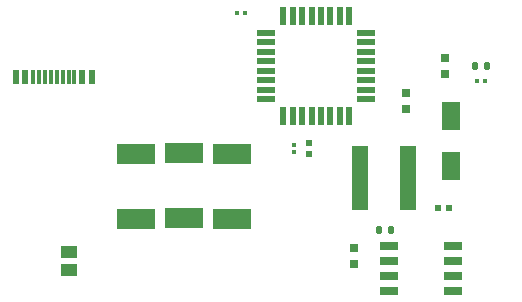
<source format=gbr>
G04 #@! TF.GenerationSoftware,KiCad,Pcbnew,(5.1.9)-1*
G04 #@! TF.CreationDate,2021-07-07T12:50:41-04:00*
G04 #@! TF.ProjectId,ESC_5A,4553435f-3541-42e6-9b69-6361645f7063,rev?*
G04 #@! TF.SameCoordinates,Original*
G04 #@! TF.FileFunction,Paste,Bot*
G04 #@! TF.FilePolarity,Positive*
%FSLAX46Y46*%
G04 Gerber Fmt 4.6, Leading zero omitted, Abs format (unit mm)*
G04 Created by KiCad (PCBNEW (5.1.9)-1) date 2021-07-07 12:50:41*
%MOMM*%
%LPD*%
G01*
G04 APERTURE LIST*
%ADD10R,3.300000X1.800000*%
%ADD11R,1.430000X5.500000*%
%ADD12R,0.300000X1.150000*%
%ADD13R,0.600000X1.150000*%
%ADD14R,0.600000X1.500000*%
%ADD15R,1.500000X0.600000*%
%ADD16R,1.500000X0.650000*%
%ADD17R,1.550000X2.350000*%
%ADD18R,1.470000X1.020000*%
%ADD19R,0.460000X0.420000*%
%ADD20R,0.420000X0.460000*%
%ADD21R,0.620000X0.600000*%
%ADD22R,0.700000X0.700000*%
%ADD23R,0.600000X0.620000*%
G04 APERTURE END LIST*
D10*
G04 #@! TO.C,R9*
X143745000Y-157055000D03*
X143745000Y-151555000D03*
G04 #@! TD*
G04 #@! TO.C,R7*
X139700000Y-157070000D03*
X139700000Y-151570000D03*
G04 #@! TD*
G04 #@! TO.C,R6*
X147790000Y-157070000D03*
X147790000Y-151570000D03*
G04 #@! TD*
G04 #@! TO.C,R4*
G36*
G01*
X160995000Y-158200000D02*
X160995000Y-157830000D01*
G75*
G02*
X161130000Y-157695000I135000J0D01*
G01*
X161400000Y-157695000D01*
G75*
G02*
X161535000Y-157830000I0J-135000D01*
G01*
X161535000Y-158200000D01*
G75*
G02*
X161400000Y-158335000I-135000J0D01*
G01*
X161130000Y-158335000D01*
G75*
G02*
X160995000Y-158200000I0J135000D01*
G01*
G37*
G36*
G01*
X159975000Y-158200000D02*
X159975000Y-157830000D01*
G75*
G02*
X160110000Y-157695000I135000J0D01*
G01*
X160380000Y-157695000D01*
G75*
G02*
X160515000Y-157830000I0J-135000D01*
G01*
X160515000Y-158200000D01*
G75*
G02*
X160380000Y-158335000I-135000J0D01*
G01*
X160110000Y-158335000D01*
G75*
G02*
X159975000Y-158200000I0J135000D01*
G01*
G37*
G04 #@! TD*
G04 #@! TO.C,R2*
G36*
G01*
X169150000Y-144330000D02*
X169150000Y-143960000D01*
G75*
G02*
X169285000Y-143825000I135000J0D01*
G01*
X169555000Y-143825000D01*
G75*
G02*
X169690000Y-143960000I0J-135000D01*
G01*
X169690000Y-144330000D01*
G75*
G02*
X169555000Y-144465000I-135000J0D01*
G01*
X169285000Y-144465000D01*
G75*
G02*
X169150000Y-144330000I0J135000D01*
G01*
G37*
G36*
G01*
X168130000Y-144330000D02*
X168130000Y-143960000D01*
G75*
G02*
X168265000Y-143825000I135000J0D01*
G01*
X168535000Y-143825000D01*
G75*
G02*
X168670000Y-143960000I0J-135000D01*
G01*
X168670000Y-144330000D01*
G75*
G02*
X168535000Y-144465000I-135000J0D01*
G01*
X168265000Y-144465000D01*
G75*
G02*
X168130000Y-144330000I0J135000D01*
G01*
G37*
G04 #@! TD*
D11*
G04 #@! TO.C,L1*
X162675000Y-153670000D03*
X158635000Y-153670000D03*
G04 #@! TD*
D12*
G04 #@! TO.C,J1*
X130965000Y-145090000D03*
X131465000Y-145090000D03*
X131965000Y-145090000D03*
X134465000Y-145090000D03*
X133965000Y-145090000D03*
X133465000Y-145090000D03*
X132465000Y-145090000D03*
X132965000Y-145090000D03*
D13*
X135115000Y-145090000D03*
X130315000Y-145090000D03*
X135915000Y-145090000D03*
X129515000Y-145090000D03*
G04 #@! TD*
D14*
G04 #@! TO.C,IC4*
X152140000Y-148395000D03*
X152940000Y-148395000D03*
X153740000Y-148395000D03*
X154540000Y-148395000D03*
X155340000Y-148395000D03*
X156140000Y-148395000D03*
X156940000Y-148395000D03*
X157740000Y-148395000D03*
D15*
X159190000Y-146945000D03*
X159190000Y-146145000D03*
X159190000Y-145345000D03*
X159190000Y-144545000D03*
X159190000Y-143745000D03*
X159190000Y-142945000D03*
X159190000Y-142145000D03*
X159190000Y-141345000D03*
D14*
X157740000Y-139895000D03*
X156940000Y-139895000D03*
X156140000Y-139895000D03*
X155340000Y-139895000D03*
X154540000Y-139895000D03*
X153740000Y-139895000D03*
X152940000Y-139895000D03*
X152140000Y-139895000D03*
D15*
X150690000Y-141345000D03*
X150690000Y-142145000D03*
X150690000Y-142945000D03*
X150690000Y-143745000D03*
X150690000Y-144545000D03*
X150690000Y-145345000D03*
X150690000Y-146145000D03*
X150690000Y-146945000D03*
G04 #@! TD*
D16*
G04 #@! TO.C,IC1*
X166530000Y-163195000D03*
X166530000Y-161925000D03*
X166530000Y-160655000D03*
X166530000Y-159385000D03*
X161130000Y-159385000D03*
X161130000Y-160655000D03*
X161130000Y-161925000D03*
X161130000Y-163195000D03*
G04 #@! TD*
D17*
G04 #@! TO.C,D2*
X166370000Y-152645000D03*
X166370000Y-148345000D03*
G04 #@! TD*
D18*
G04 #@! TO.C,C10*
X133985000Y-161455000D03*
X133985000Y-159855000D03*
G04 #@! TD*
D19*
G04 #@! TO.C,C9*
X148920000Y-139700000D03*
X148260000Y-139700000D03*
G04 #@! TD*
D20*
G04 #@! TO.C,C8*
X153035000Y-150800000D03*
X153035000Y-151460000D03*
G04 #@! TD*
D21*
G04 #@! TO.C,C7*
X154305000Y-151590000D03*
X154305000Y-150670000D03*
G04 #@! TD*
D22*
G04 #@! TO.C,C6*
X165835000Y-143445000D03*
X165835000Y-144845000D03*
G04 #@! TD*
G04 #@! TO.C,C5*
X162560000Y-146420000D03*
X162560000Y-147820000D03*
G04 #@! TD*
D23*
G04 #@! TO.C,C4*
X166195000Y-156210000D03*
X165275000Y-156210000D03*
G04 #@! TD*
D22*
G04 #@! TO.C,C2*
X158115000Y-160920000D03*
X158115000Y-159520000D03*
G04 #@! TD*
D19*
G04 #@! TO.C,C1*
X169240000Y-145415000D03*
X168580000Y-145415000D03*
G04 #@! TD*
M02*

</source>
